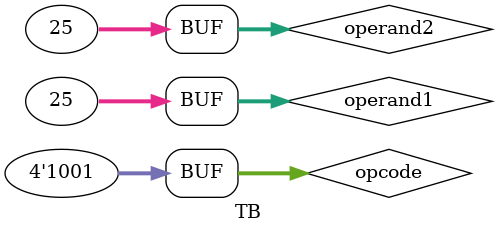
<source format=v>
`timescale 1ns / 1ps

module ALU( 
input signed [31:0]operand1, operand2,
input signed[3:0] opcode,
output reg [31:0]result
);
parameter topla=4'b0000;
parameter cikar=4'b0001;
parameter carp=4'b0010;
parameter AND=4'b0011;
parameter OR=4'b0100;
parameter XOR=4'b0110;
parameter NOT=4'b0111;
parameter SRL=4'b1000;
parameter SLL=4'b1001;
    
always@(opcode,operand1,operand2)begin

case(opcode)
    topla:result <= operand1 + operand2; 
    
    cikar:result <= operand1 - operand2; 
    
    carp:result <= operand1 * operand2; 
    
    AND:result <= operand1 & operand2;
    
    OR:result <= operand1 | operand2;
    
    XOR:result <= operand1 ^ operand2;
    
    NOT:result <= ~operand1;
    
    SRL:result <= operand1 >> operand2;
    
    SLL:result <= operand1 << operand2;
endcase

end
endmodule

module TB();
reg[31:0]operand1,operand2;
reg[3:0]opcode;
wire[31:0]result;

ALU uut ( 
        .operand1(operand1) , 
        .operand2(operand2), 
        .opcode (opcode ), 
        .result(result)
    );    
ALU a1(operand1,operand2,opcode,result);
initial begin
    opcode = 4'b0000;
    operand1  = 32'b00000000000000000000000000011001;
    operand2  = 32'b00000000000000000000000000011001;
    #10;
    opcode = 4'b0001;
    operand1  = 32'b00000000000000000000000000011001;
    operand2  = 32'b00000000000000000000000000011001;
    #10
    opcode = 4'b0010;
    operand1  = 32'b00000000000000000000000000011001;
    operand2  = 32'b00000000000000000000000000011001;
    #10
    opcode = 4'b0011;
    operand1  = 32'b00000000000000000000000000011001;
    operand2  = 32'b00000000000000000000000000011001;
    #10
    opcode = 4'b0100;
    operand1  = 32'b00000000000000000000000000011001;
    operand2  = 32'b00000000000000000000000000011001;
    #10
    opcode = 4'b0110;
    operand1  = 32'b00000000000000000000000000011001;
    operand2  = 32'b00000000000000000000000000011001;
    #10
    opcode = 4'b0111;
    operand1  = 32'b00000000000000000000000000011001;
    operand2  = 32'b00000000000000000000000000011001;
    #10
    opcode = 4'b1000;
    operand1  = 32'b00000000000000000000000000011001;
    operand2  = 32'b00000000000000000000000000011001;
    #10
    opcode = 4'b1001;
    operand1  = 32'b00000000000000000000000000011001;
    operand2  = 32'b00000000000000000000000000011001;
    #10;
end  

endmodule 

</source>
